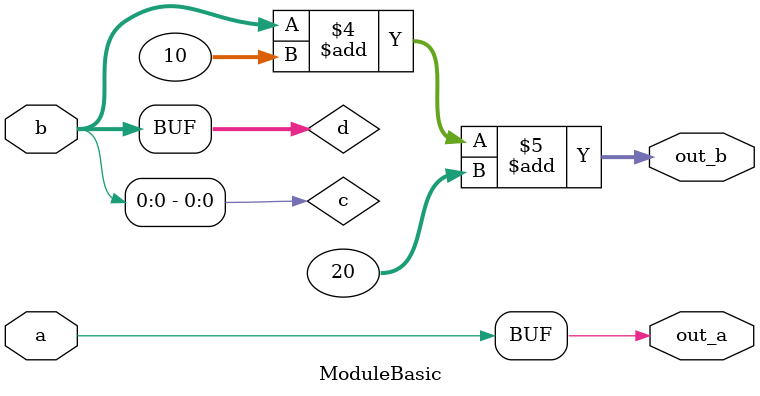
<source format=sv>
module ModuleBasic (
    input logic a,
    input int b,
    output logic out_a,
    output int out_b
);
    parameter int P1  = 10;
    localparam int LP1 = 20;
    logic c;
    int   d;
    always_comb begin
        logic temp_v;
        temp_v = d;
        c      = temp_v;
    end
    assign out_a = a;
    assign d     = b;
    assign out_b = d + P1 + LP1;
endmodule


</source>
